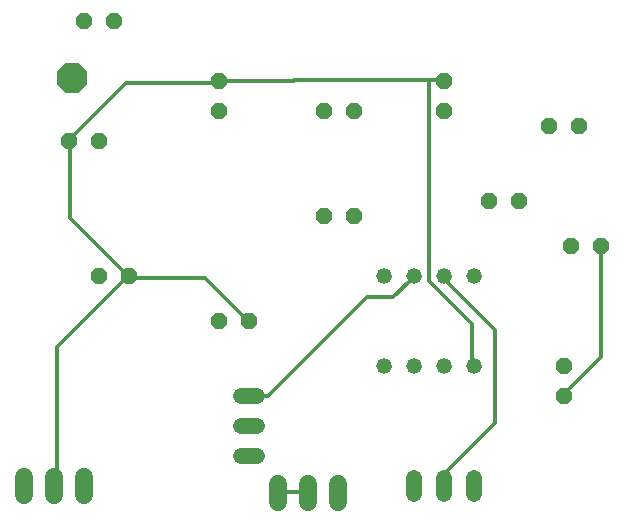
<source format=gbr>
G04 EAGLE Gerber RS-274X export*
G75*
%MOMM*%
%FSLAX34Y34*%
%LPD*%
%INTop Copper*%
%IPPOS*%
%AMOC8*
5,1,8,0,0,1.08239X$1,22.5*%
G01*
%ADD10C,1.320800*%
%ADD11P,1.429621X8X202.500000*%
%ADD12P,1.429621X8X22.500000*%
%ADD13P,1.429621X8X112.500000*%
%ADD14C,1.320800*%
%ADD15P,2.749271X8X22.500000*%
%ADD16C,1.524000*%
%ADD17C,0.304800*%


D10*
X469900Y190500D03*
X495300Y190500D03*
X495300Y266700D03*
X469900Y266700D03*
X520700Y190500D03*
X546100Y190500D03*
X520700Y266700D03*
X546100Y266700D03*
D11*
X228600Y381000D03*
X203200Y381000D03*
D12*
X330200Y228600D03*
X355600Y228600D03*
D13*
X622300Y165100D03*
X622300Y190500D03*
D12*
X228600Y266700D03*
X254000Y266700D03*
X215900Y482600D03*
X241300Y482600D03*
X419100Y317500D03*
X444500Y317500D03*
D13*
X520700Y406400D03*
X520700Y431800D03*
X330200Y406400D03*
X330200Y431800D03*
D11*
X635000Y393700D03*
X609600Y393700D03*
D12*
X419100Y406400D03*
X444500Y406400D03*
D11*
X584200Y330200D03*
X558800Y330200D03*
D12*
X628500Y292100D03*
X653900Y292100D03*
D14*
X495300Y95504D02*
X495300Y82296D01*
X546100Y82296D02*
X546100Y95504D01*
X520700Y95504D02*
X520700Y82296D01*
X362204Y114300D02*
X348996Y114300D01*
X348996Y165100D02*
X362204Y165100D01*
X362204Y139700D02*
X348996Y139700D01*
D15*
X205900Y434200D03*
D16*
X380200Y91120D02*
X380200Y75880D01*
X405600Y75880D02*
X405600Y91120D01*
X431000Y91120D02*
X431000Y75880D01*
X165100Y81280D02*
X165100Y96520D01*
X190500Y96520D02*
X190500Y81280D01*
X215900Y81280D02*
X215900Y96520D01*
D17*
X653796Y198374D02*
X653796Y290576D01*
X653796Y198374D02*
X623062Y167640D01*
X653796Y290576D02*
X653900Y292100D01*
X623062Y167640D02*
X622300Y165100D01*
X522478Y100584D02*
X522478Y89408D01*
X522478Y100584D02*
X564388Y142494D01*
X564388Y220726D01*
X519684Y265430D01*
X522478Y89408D02*
X520700Y88900D01*
X519684Y265430D02*
X520700Y266700D01*
X371602Y164846D02*
X357632Y164846D01*
X371602Y164846D02*
X455422Y248666D01*
X477774Y248666D01*
X491744Y262636D01*
X491744Y265430D01*
X494538Y268224D01*
X357632Y164846D02*
X355600Y165100D01*
X495300Y266700D02*
X494538Y268224D01*
X405130Y83820D02*
X382778Y83820D01*
X380200Y83500D01*
X405130Y83820D02*
X405600Y83500D01*
X318516Y265430D02*
X254254Y265430D01*
X318516Y265430D02*
X354838Y229108D01*
X254254Y265430D02*
X254000Y266700D01*
X354838Y229108D02*
X355600Y228600D01*
X203962Y315722D02*
X203962Y379984D01*
X203962Y315722D02*
X251460Y268224D01*
X203962Y379984D02*
X203200Y381000D01*
X251460Y268224D02*
X254000Y266700D01*
X393954Y433070D02*
X508508Y433070D01*
X519684Y433070D01*
X520700Y431800D01*
X393954Y433070D02*
X393531Y431800D01*
X330200Y431800D01*
X544830Y226314D02*
X544830Y192786D01*
X544830Y226314D02*
X508508Y262636D01*
X508508Y433070D01*
X544830Y192786D02*
X546100Y190500D01*
X192786Y206756D02*
X192786Y89408D01*
X192786Y206756D02*
X251460Y265430D01*
X192786Y89408D02*
X190500Y88900D01*
X251460Y265430D02*
X254000Y266700D01*
X251460Y430276D02*
X329692Y430276D01*
X251460Y430276D02*
X203962Y382778D01*
X329692Y430276D02*
X330200Y431800D01*
X203962Y382778D02*
X203200Y381000D01*
M02*

</source>
